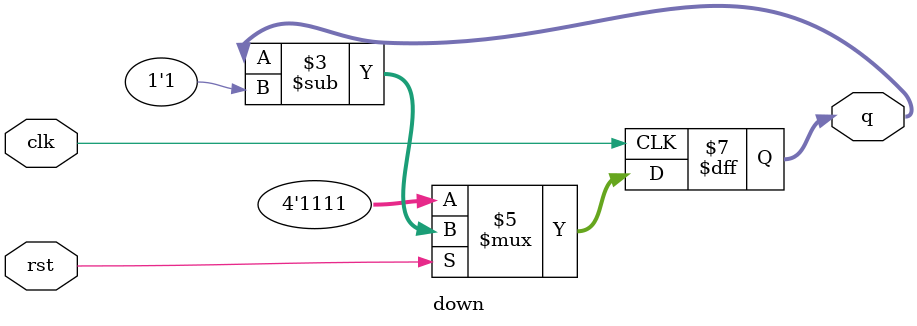
<source format=v>
`timescale 1ns / 1ps


module down(clk,rst,q);
    input clk,rst;
    output reg[3:0] q;
    always@(posedge clk)
    begin
        if(!rst)
            q<=4'b1111;
        else
            q<=q-1'b1;    
    end
endmodule
    

</source>
